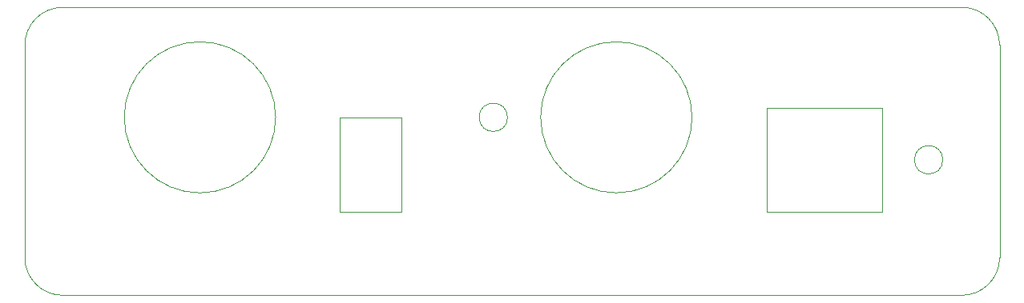
<source format=gbr>
%TF.GenerationSoftware,KiCad,Pcbnew,7.0.1*%
%TF.CreationDate,2023-12-18T14:15:39-05:00*%
%TF.ProjectId,channel_splitter,6368616e-6e65-46c5-9f73-706c69747465,rev?*%
%TF.SameCoordinates,Original*%
%TF.FileFunction,Profile,NP*%
%FSLAX46Y46*%
G04 Gerber Fmt 4.6, Leading zero omitted, Abs format (unit mm)*
G04 Created by KiCad (PCBNEW 7.0.1) date 2023-12-18 14:15:39*
%MOMM*%
%LPD*%
G01*
G04 APERTURE LIST*
%TA.AperFunction,Profile*%
%ADD10C,0.100000*%
%TD*%
G04 APERTURE END LIST*
D10*
X257000000Y-86150000D02*
G75*
G03*
X257000000Y-86150000I-1500000J0D01*
G01*
X259000000Y-100500000D02*
G75*
G03*
X263000000Y-96500000I0J4000000D01*
G01*
X230500000Y-81650000D02*
G75*
G03*
X230500000Y-81650000I-8000000J0D01*
G01*
X211000000Y-81650000D02*
G75*
G03*
X211000000Y-81650000I-1500000J0D01*
G01*
X160000000Y-96500000D02*
G75*
G03*
X164000000Y-100500000I4000000J0D01*
G01*
X259000000Y-70000000D02*
X164000000Y-70000000D01*
X193250000Y-81650000D02*
X199750000Y-81650000D01*
X199750000Y-91650000D01*
X193250000Y-91650000D01*
X193250000Y-81650000D01*
X263000000Y-96500000D02*
X263000000Y-74000000D01*
X164000000Y-70000000D02*
G75*
G03*
X160000000Y-74000000I0J-4000000D01*
G01*
X263000000Y-74000000D02*
G75*
G03*
X259000000Y-70000000I-4000000J0D01*
G01*
X186500000Y-81650000D02*
G75*
G03*
X186500000Y-81650000I-8000000J0D01*
G01*
X238400000Y-80650000D02*
X250600000Y-80650000D01*
X250600000Y-91650000D01*
X238400000Y-91650000D01*
X238400000Y-80650000D01*
X164000000Y-100500000D02*
X259000000Y-100500000D01*
X160000000Y-74000000D02*
X160000000Y-96500000D01*
M02*

</source>
